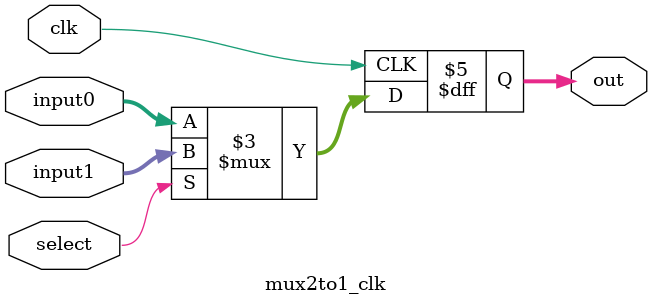
<source format=v>
/*
	Authored 2018-2019, Ryan Voo.

	All rights reserved.
	Redistribution and use in source and binary forms, with or without
	modification, are permitted provided that the following conditions
	are met:

	*	Redistributions of source code must retain the above
		copyright notice, this list of conditions and the following
		disclaimer.

	*	Redistributions in binary form must reproduce the above
		copyright notice, this list of conditions and the following
		disclaimer in the documentation and/or other materials
		provided with the distribution.

	*	Neither the name of the author nor the names of its
		contributors may be used to endorse or promote products
		derived from this software without specific prior written
		permission.

	THIS SOFTWARE IS PROVIDED BY THE COPYRIGHT HOLDERS AND CONTRIBUTORS
	"AS IS" AND ANY EXPRESS OR IMPLIED WARRANTIES, INCLUDING, BUT NOT
	LIMITED TO, THE IMPLIED WARRANTIES OF MERCHANTABILITY AND FITNESS
	FOR A PARTICULAR PURPOSE ARE DISCLAIMED. IN NO EVENT SHALL THE
	COPYRIGHT OWNER OR CONTRIBUTORS BE LIABLE FOR ANY DIRECT, INDIRECT,
	INCIDENTAL, SPECIAL, EXEMPLARY, OR CONSEQUENTIAL DAMAGES (INCLUDING,
	BUT NOT LIMITED TO, PROCUREMENT OF SUBSTITUTE GOODS OR SERVICES;
	LOSS OF USE, DATA, OR PROFITS; OR BUSINESS INTERRUPTION) HOWEVER
	CAUSED AND ON ANY THEORY OF LIABILITY, WHETHER IN CONTRACT, STRICT
	LIABILITY, OR TORT (INCLUDING NEGLIGENCE OR OTHERWISE) ARISING IN
	ANY WAY OUT OF THE USE OF THIS SOFTWARE, EVEN IF ADVISED OF THE
	POSSIBILITY OF SUCH DAMAGE.
*/



/*
 *	2 to 1 multiplexer
 */

module mux2to1_clk(input0, input1, select, out, clk);
	input [31:0]	input0, input1;
	input		select;
	output reg [31:0]	out;
	input clk;

	// assign out = (select) ? input1 : input0;

	always @(posedge clk) begin
		if (select) begin
			out <= input1;
		end else begin
			out <= input0;
		end
	end

endmodule

</source>
